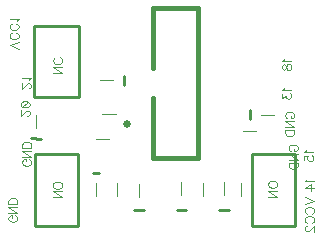
<source format=gbr>
G04 DipTrace 3.1.0.1*
G04 BottomSilk.gbr*
%MOIN*%
G04 #@! TF.FileFunction,Legend,Bot*
G04 #@! TF.Part,Single*
%ADD10C,0.009843*%
%ADD18C,0.003937*%
%ADD27C,0.024995*%
%ADD28C,0.015748*%
%ADD58C,0.004632*%
%FSLAX26Y26*%
G04*
G70*
G90*
G75*
G01*
G04 BotSilk*
%LPD*%
X824803Y955118D2*
D10*
X824406Y922835D1*
X1243307Y809449D2*
X1243704Y841732D1*
X548031Y745669D2*
X515748Y746066D1*
X858268Y507874D2*
X889764D1*
X1000000D2*
X1031496D1*
X1141732D2*
X1173228D1*
X742122Y629885D2*
X722445D1*
X527953Y454721D2*
X672047D1*
Y694885D1*
X527953D1*
Y454721D1*
X1251575D2*
X1395669D1*
Y694885D1*
X1251575D1*
Y454721D1*
X675197Y1122059D2*
X524803D1*
Y885027D1*
X675197D1*
Y1122059D1*
D27*
X834151Y792815D3*
X921665Y880315D2*
D28*
Y680315D1*
X1071668D1*
Y1180315D1*
X921665D1*
Y980315D1*
X1281299Y825000D2*
D18*
X1325000D1*
X875984Y594488D2*
Y550787D1*
X801575Y598425D2*
Y554724D1*
X730315Y599213D2*
Y555512D1*
X531890Y824016D2*
Y780315D1*
X1213780Y598031D2*
Y554331D1*
X1157874Y600000D2*
Y556299D1*
X1088189Y597244D2*
Y553543D1*
X1013780Y600787D2*
Y557087D1*
X1222244Y771063D2*
X1265945D1*
X752559Y826969D2*
X796260D1*
X730906Y744685D2*
X774606D1*
X745472Y940354D2*
X789173D1*
X618413Y985162D2*
D58*
X588269D1*
X618413Y965066D1*
X588269D1*
X611250Y1015948D2*
X614102Y1014522D1*
X616987Y1011637D1*
X618413Y1008785D1*
Y1003048D1*
X616987Y1000163D1*
X614102Y997311D1*
X611250Y995852D1*
X606939Y994426D1*
X599743D1*
X595465Y995852D1*
X592580Y997311D1*
X589728Y1000163D1*
X588269Y1003048D1*
Y1008785D1*
X589728Y1011637D1*
X592580Y1014522D1*
X595465Y1015948D1*
X618019Y569563D2*
X587875D1*
X618019Y549467D1*
X587875D1*
X618019Y587449D2*
X616593Y584564D1*
X613708Y581712D1*
X610856Y580253D1*
X606545Y578827D1*
X599349D1*
X595071Y580253D1*
X592186Y581712D1*
X589334Y584564D1*
X587875Y587449D1*
Y593186D1*
X589334Y596038D1*
X592186Y598923D1*
X595071Y600349D1*
X599349Y601775D1*
X606545D1*
X610856Y600349D1*
X613708Y598923D1*
X616593Y596038D1*
X618019Y593186D1*
Y587449D1*
X1334948Y572319D2*
X1304804D1*
X1334948Y552223D1*
X1304804D1*
X1334948Y590205D2*
X1333522Y587320D1*
X1330637Y584468D1*
X1327785Y583009D1*
X1323474Y581583D1*
X1316278D1*
X1312000Y583009D1*
X1309115Y584468D1*
X1306263Y587320D1*
X1304804Y590205D1*
Y595942D1*
X1306263Y598793D1*
X1309115Y601679D1*
X1312000Y603104D1*
X1316278Y604530D1*
X1323474D1*
X1327785Y603104D1*
X1330637Y601679D1*
X1333522Y598793D1*
X1334948Y595942D1*
Y590205D1*
X502555Y821888D2*
X503981D1*
X506866Y823314D1*
X508292Y824740D1*
X509718Y827625D1*
Y833362D1*
X508292Y836214D1*
X506866Y837640D1*
X503981Y839099D1*
X501129D1*
X498244Y837640D1*
X493966Y834788D1*
X479607Y820429D1*
Y840525D1*
X509718Y858410D2*
X508292Y854099D1*
X503981Y851214D1*
X496818Y849788D1*
X492507D1*
X485344Y851214D1*
X481033Y854099D1*
X479607Y858410D1*
Y861262D1*
X481033Y865573D1*
X485344Y868425D1*
X492507Y869884D1*
X496818D1*
X503981Y868425D1*
X508292Y865573D1*
X509718Y861262D1*
Y858410D1*
X503981Y868425D2*
X485344Y851214D1*
X473137Y1044497D2*
X442993Y1055971D1*
X473137Y1067445D1*
X465974Y1098230D2*
X468826Y1096804D1*
X471711Y1093919D1*
X473137Y1091067D1*
Y1085330D1*
X471711Y1082445D1*
X468826Y1079593D1*
X465974Y1078134D1*
X461663Y1076708D1*
X454467D1*
X450189Y1078134D1*
X447304Y1079593D1*
X444452Y1082445D1*
X442993Y1085330D1*
Y1091067D1*
X444452Y1093919D1*
X447304Y1096804D1*
X450189Y1098230D1*
X465974Y1129016D2*
X468826Y1127590D1*
X471711Y1124705D1*
X473137Y1121853D1*
Y1116116D1*
X471711Y1113231D1*
X468826Y1110379D1*
X465974Y1108920D1*
X461663Y1107494D1*
X454467D1*
X450189Y1108920D1*
X447304Y1110379D1*
X444452Y1113231D1*
X442993Y1116116D1*
Y1121853D1*
X444452Y1124705D1*
X447304Y1127590D1*
X450189Y1129016D1*
X467367Y1138279D2*
X468826Y1141164D1*
X473104Y1145475D1*
X442993D1*
X507706Y676520D2*
X510558Y675094D1*
X513443Y672209D1*
X514869Y669357D1*
Y663620D1*
X513443Y660735D1*
X510558Y657883D1*
X507706Y656424D1*
X503395Y654998D1*
X496199D1*
X491921Y656424D1*
X489036Y657883D1*
X486184Y660735D1*
X484725Y663620D1*
Y669357D1*
X486184Y672209D1*
X489036Y675094D1*
X491921Y676520D1*
X496199D1*
Y669357D1*
X514869Y705880D2*
X484725D1*
X514869Y685784D1*
X484725D1*
X514869Y715143D2*
X484725D1*
Y725191D1*
X486184Y729502D1*
X489036Y732387D1*
X491921Y733813D1*
X496199Y735239D1*
X503395D1*
X507706Y733813D1*
X510558Y732387D1*
X513443Y729502D1*
X514869Y725191D1*
Y715143D1*
X1427961Y549320D2*
X1458105Y537846D1*
X1427961Y526372D1*
X1435124Y495587D2*
X1432272Y497013D1*
X1429387Y499898D1*
X1427961Y502750D1*
Y508487D1*
X1429387Y511372D1*
X1432272Y514224D1*
X1435124Y515683D1*
X1439435Y517109D1*
X1446631D1*
X1450909Y515683D1*
X1453794Y514224D1*
X1456646Y511372D1*
X1458105Y508487D1*
Y502750D1*
X1456646Y499898D1*
X1453794Y497013D1*
X1450909Y495587D1*
X1435124Y464801D2*
X1432272Y466227D1*
X1429387Y469113D1*
X1427961Y471964D1*
Y477701D1*
X1429387Y480586D1*
X1432272Y483438D1*
X1435124Y484897D1*
X1439435Y486323D1*
X1446631D1*
X1450909Y484897D1*
X1453794Y483438D1*
X1456646Y480586D1*
X1458105Y477701D1*
Y471964D1*
X1456646Y469112D1*
X1453794Y466227D1*
X1450909Y464801D1*
X1435157Y454079D2*
X1433731D1*
X1430846Y452653D1*
X1429420Y451227D1*
X1427995Y448342D1*
X1427994Y442605D1*
X1429420Y439753D1*
X1430846Y438327D1*
X1433731Y436868D1*
X1436583D1*
X1439468Y438327D1*
X1443746Y441179D1*
X1458105Y455538D1*
Y435442D1*
X462037Y489512D2*
X464889Y488086D1*
X467774Y485201D1*
X469200Y482349D1*
Y476612D1*
X467774Y473727D1*
X464889Y470875D1*
X462037Y469416D1*
X457726Y467990D1*
X450530D1*
X446252Y469416D1*
X443367Y470875D1*
X440515Y473727D1*
X439056Y476612D1*
Y482349D1*
X440515Y485201D1*
X443367Y488086D1*
X446252Y489512D1*
X450530D1*
Y482349D1*
X469200Y518872D2*
X439056D1*
X469200Y498776D1*
X439056D1*
X469200Y528135D2*
X439056D1*
Y538183D1*
X440515Y542494D1*
X443367Y545379D1*
X446252Y546805D1*
X450530Y548231D1*
X457726D1*
X462037Y546805D1*
X464889Y545379D1*
X467774Y542494D1*
X469200Y538183D1*
Y528135D1*
X1357596Y915009D2*
X1356137Y912124D1*
X1351859Y907813D1*
X1381970D1*
X1351859Y895665D2*
Y879913D1*
X1363333Y888502D1*
Y884191D1*
X1364759Y881339D1*
X1366185Y879913D1*
X1370496Y878454D1*
X1373348D1*
X1377659Y879913D1*
X1380544Y882765D1*
X1381970Y887076D1*
Y891387D1*
X1380544Y895665D1*
X1379085Y897091D1*
X1376233Y898550D1*
X1433187Y610136D2*
X1431728Y607251D1*
X1427450Y602940D1*
X1457561D1*
Y579317D2*
X1427450Y579318D1*
X1447513Y593676D1*
Y572155D1*
X1431218Y706742D2*
X1429759Y703857D1*
X1425481Y699546D1*
X1455592D1*
X1425481Y673071D2*
Y687397D1*
X1438381Y688823D1*
X1436955Y687397D1*
X1435496Y683086D1*
Y678808D1*
X1436955Y674497D1*
X1439807Y671612D1*
X1444118Y670186D1*
X1446970D1*
X1451281Y671612D1*
X1454166Y674497D1*
X1455592Y678808D1*
Y683086D1*
X1454166Y687397D1*
X1452707Y688823D1*
X1449855Y690282D1*
X1357596Y1010646D2*
X1356137Y1007760D1*
X1351859Y1003449D1*
X1381970D1*
X1351859Y987023D2*
X1353285Y991301D1*
X1356137Y992760D1*
X1359022D1*
X1361874Y991301D1*
X1363333Y988449D1*
X1364759Y982712D1*
X1366185Y978401D1*
X1369070Y975549D1*
X1371922Y974123D1*
X1376233D1*
X1379085Y975549D1*
X1380544Y976975D1*
X1381970Y981286D1*
Y987023D1*
X1380544Y991301D1*
X1379085Y992760D1*
X1376233Y994186D1*
X1371922D1*
X1369070Y992760D1*
X1366185Y989875D1*
X1364759Y985597D1*
X1363333Y979860D1*
X1361874Y976975D1*
X1359022Y975549D1*
X1356137D1*
X1353285Y976975D1*
X1351859Y981286D1*
Y987023D1*
X506341Y912590D2*
X507767D1*
X510652Y914016D1*
X512078Y915442D1*
X513504Y918327D1*
Y924064D1*
X512078Y926916D1*
X510652Y928342D1*
X507767Y929801D1*
X504915D1*
X502030Y928342D1*
X497752Y925490D1*
X483393Y911131D1*
Y931227D1*
X507767Y940491D2*
X509226Y943376D1*
X513504Y947687D1*
X483393D1*
X1368589Y812930D2*
X1365737Y814356D1*
X1362852Y817241D1*
X1361426Y820093D1*
Y825830D1*
X1362852Y828715D1*
X1365737Y831567D1*
X1368589Y833026D1*
X1372900Y834452D1*
X1380096D1*
X1384374Y833026D1*
X1387259Y831567D1*
X1390111Y828715D1*
X1391570Y825830D1*
Y820093D1*
X1390111Y817241D1*
X1387259Y814356D1*
X1384374Y812930D1*
X1380096D1*
Y820093D1*
X1361426Y783571D2*
X1391570Y783570D1*
X1361426Y803667D1*
X1391570Y803666D1*
X1361426Y774307D2*
X1391570D1*
Y764259D1*
X1390111Y759948D1*
X1387259Y757063D1*
X1384374Y755637D1*
X1380096Y754211D1*
X1372900D1*
X1368589Y755637D1*
X1365737Y757063D1*
X1362852Y759948D1*
X1361426Y764259D1*
Y774307D1*
X1380006Y704269D2*
X1377154Y705695D1*
X1374269Y708580D1*
X1372843Y711432D1*
Y717169D1*
X1374269Y720054D1*
X1377154Y722905D1*
X1380006Y724365D1*
X1384317Y725791D1*
X1391513D1*
X1395791Y724365D1*
X1398676Y722905D1*
X1401528Y720054D1*
X1402987Y717168D1*
Y711432D1*
X1401528Y708580D1*
X1398676Y705695D1*
X1395791Y704269D1*
X1391513D1*
Y711432D1*
X1372843Y674909D2*
X1402987D1*
X1372843Y695005D1*
X1402987D1*
X1372843Y665646D2*
X1402987D1*
Y655598D1*
X1401528Y651287D1*
X1398676Y648402D1*
X1395791Y646976D1*
X1391513Y645550D1*
X1384317D1*
X1380006Y646976D1*
X1377154Y648402D1*
X1374269Y651287D1*
X1372843Y655598D1*
Y665646D1*
M02*

</source>
